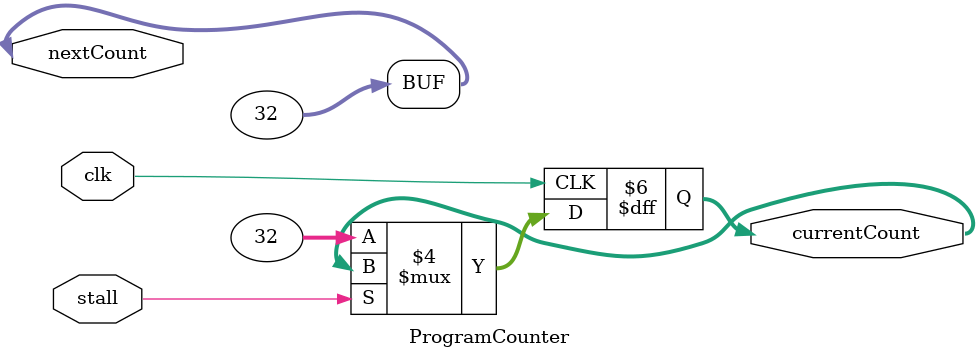
<source format=v>
module ProgramCounter (
    clk,
    stall,
    nextCount,
    currentCount
);


  input [31:0] nextCount;
  input stall;
  input clk;
  output reg [31:0] currentCount;

  // set pc to 2^5 in startup of program
  initial begin
    nextCount <= 32'h20;
  end

  always @(posedge clk) begin
    //  if there is no stalling
    if (stall != 1) currentCount <= nextCount;
  end

endmodule

</source>
